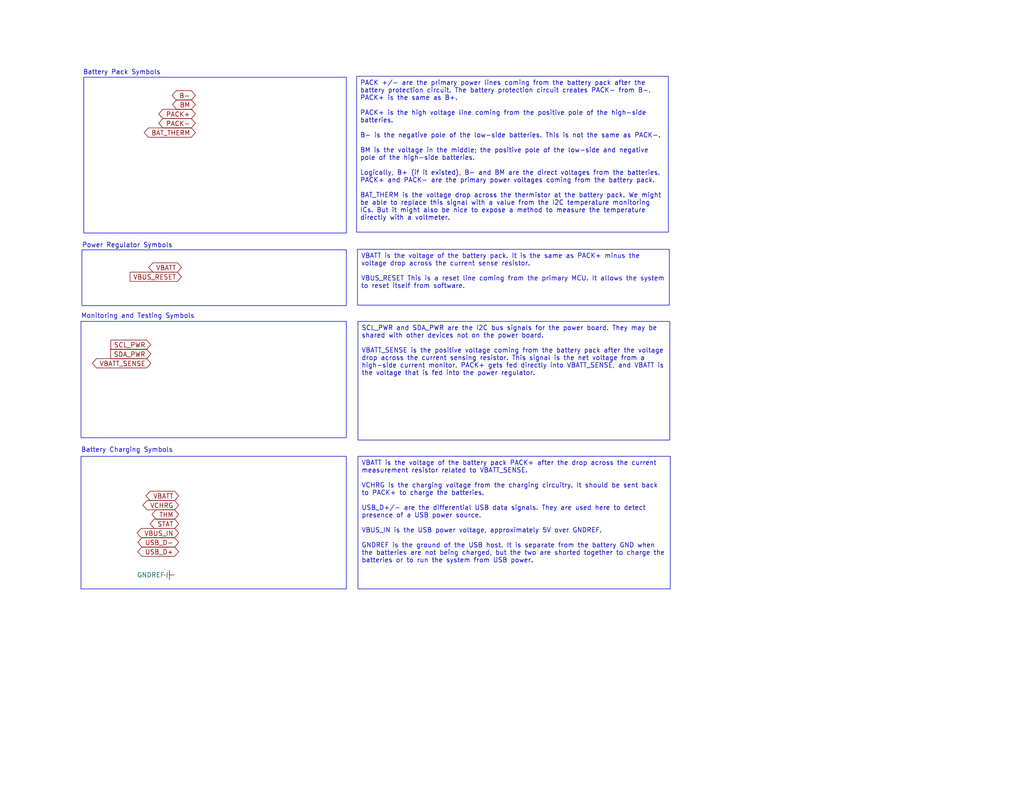
<source format=kicad_sch>
(kicad_sch (version 20230121) (generator eeschema)
  (paper "USLetter")
  (lib_symbols
    (symbol "power:GNDREF" (power) (pin_names (offset 0))
      (property "Value" "GNDREF" (at 0 -3.81 0))
      (symbol "GNDREF_0_1"
        (polyline (pts (xy -0.635 -1.905) (xy 0.635 -1.905)))
        (polyline (pts (xy -0.127 -2.54) (xy 0.127 -2.54)))
        (polyline (pts (xy 0 -1.27) (xy 0 0)))
        (polyline (pts (xy 1.27 -1.27) (xy -1.27 -1.27)))
      )
      (symbol "GNDREF_1_1"
        (pin power_in line (at 0 0 270) (length 0) hide (name "GNDREF") (number "1"))
      )
    )
  )
  (rectangle (start 22.86 21.082) (end 94.488 63.627))
  (rectangle (start 22.098 87.757) (end 94.488 119.507))
  (rectangle (start 22.098 124.587) (end 94.488 160.782))
  (rectangle (start 22.352 68.199) (end 94.488 83.439))
  (text_box "PACK +/- are the primary power lines coming from the battery pack after the battery protection circuit. The battery protection circuit creates PACK- from B-. PACK+ is the same as B+.\n\nPACK+ is the high voltage line coming from the positive pole of the high-side batteries.\n\nB- is the negative pole of the low-side batteries. This is not the same as PACK-. \n\nBM is the voltage in the middle; the positive pole of the low-side and negative pole of the high-side batteries.\n\nLogically, B+ (if it existed), B- and BM are the direct voltages from the batteries. PACK+ and PACK- are the primary power voltages coming from the battery pack.\n\nBAT_THERM is the voltage drop across the thermistor at the battery pack. We might be able to replace this signal with a value from the I2C temperature monitoring ICs. But it might also be nice to expose a method to measure the temperature directly with a voltmeter." (at 97.282 20.828 0) (size 85.09 42.545) (effects (font (size 1.27 1.27)) (justify left top)))
  (text_box "VBATT is the voltage of the battery pack. It is the same as PACK+ minus the voltage drop across the current sense resistor.\n\nVBUS_RESET This is a reset line coming from the primary MCU. It allows the system to reset itself from software.\n" (at 97.536 68.072 0) (size 85.09 15.24) (effects (font (size 1.27 1.27)) (justify left top)))
  (text_box "VBATT is the voltage of the battery pack PACK+ after the drop across the current measurement resistor related to VBATT_SENSE.\n\nVCHRG is the charging voltage from the charging circuitry. It should be sent back to PACK+ to charge the batteries.\n\nUSB_D+/- are the differential USB data signals. They are used here to detect presence of a USB power source.\n\nVBUS_IN is the USB power voltage, approximately 5V over GNDREF.\n\nGNDREF is the ground of the USB host. It is separate from the battery GND when the batteries are not being charged, but the two are shorted together to charge the batteries or to run the system from USB power.\n" (at 97.663 124.587 0) (size 85.217 36.195) (effects (font (size 1.27 1.27)) (justify left top)))
  (text_box "SCL_PWR and SDA_PWR are the I2C bus signals for the power board. They may be shared with other devices not on the power board.\n\nVBATT_SENSE is the positive voltage coming from the battery pack after the voltage drop across the current sensing resistor. This signal is the net voltage from a high-side current monitor. PACK+ gets fed directly into VBATT_SENSE, and VBATT is the voltage that is fed into the power regulator.\n\n" (at 97.663 87.757 0) (size 85.09 32.385) (effects (font (size 1.27 1.27)) (justify left top)))
  (text "Monitoring and Testing Symbols" (at 22.098 87.122 0) (effects (font (size 1.27 1.27)) (justify left bottom)))
  (text "Battery Charging Symbols" (at 22.098 123.698 0) (effects (font (size 1.27 1.27)) (justify left bottom)))
  (text "Battery Pack Symbols" (at 22.606 20.574 0) (effects (font (size 1.27 1.27)) (justify left bottom)))
  (text "Power Regulator Symbols" (at 22.352 67.818 0) (effects (font (size 1.27 1.27)) (justify left bottom)))
  (global_label "PACK-" (shape bidirectional) (at 53.34 33.655 180) (property "Intersheetrefs" "${INTERSHEET_REFS}" (effects hide)))
  (global_label "BAT_THERM" (shape bidirectional) (at 53.34 36.195 180) (property "Intersheetrefs" "${INTERSHEET_REFS}" (effects hide)))
  (global_label "BM" (shape bidirectional) (at 53.34 28.575 180) (property "Intersheetrefs" "${INTERSHEET_REFS}" (effects hide)))
  (global_label "SCL_PWR" (shape input) (at 41.148 94.107 180) (property "Intersheetrefs" "${INTERSHEET_REFS}" (effects hide)))
  (global_label "PACK+" (shape bidirectional) (at 53.34 31.115 180) (property "Intersheetrefs" "${INTERSHEET_REFS}" (effects hide)))
  (global_label "SDA_PWR" (shape input) (at 41.148 96.647 180) (property "Intersheetrefs" "${INTERSHEET_REFS}" (effects hide)))
  (global_label "VCHRG" (shape bidirectional) (at 48.768 137.922 180) (property "Intersheetrefs" "${INTERSHEET_REFS}" (effects hide)))
  (global_label "VBATT" (shape bidirectional) (at 48.768 135.382 180) (property "Intersheetrefs" "${INTERSHEET_REFS}" (effects hide)))
  (global_label "USB_D+" (shape bidirectional) (at 48.768 150.622 180) (property "Intersheetrefs" "${INTERSHEET_REFS}" (effects hide)))
  (global_label "B-" (shape bidirectional) (at 53.34 26.035 180) (property "Intersheetrefs" "${INTERSHEET_REFS}" (effects hide)))
  (global_label "VBATT_SENSE" (shape bidirectional) (at 41.148 99.187 180) (property "Intersheetrefs" "${INTERSHEET_REFS}" (effects hide)))
  (global_label "VBUS_RESET" (shape input) (at 49.53 75.565 180) (property "Intersheetrefs" "${INTERSHEET_REFS}" (effects hide)))
  (global_label "THM" (shape bidirectional) (at 48.768 140.462 180) (property "Intersheetrefs" "${INTERSHEET_REFS}" (effects hide)))
  (global_label "STAT" (shape bidirectional) (at 48.768 143.002 180) (property "Intersheetrefs" "${INTERSHEET_REFS}" (effects hide)))
  (global_label "VBUS_IN" (shape bidirectional) (at 48.768 145.542 180) (property "Intersheetrefs" "${INTERSHEET_REFS}" (effects hide)))
  (global_label "VBATT" (shape bidirectional) (at 49.53 73.025 180) (property "Intersheetrefs" "${INTERSHEET_REFS}" (effects hide)))
  (global_label "USB_D-" (shape bidirectional) (at 48.768 148.082 180) (property "Intersheetrefs" "${INTERSHEET_REFS}" (effects hide)))
  (symbol (lib_id "power:GNDREF") (at 47.498 156.972 270) (unit 1)
    (property "Reference" "#PWR019" (effects hide))
    (property "Value" "GNDREF" (at 41.148 156.972 90))
    (instances (project "2S3P Power Board" (path "" (reference "#PWR019") (unit 1)) (path "" (reference "#PWR020") (unit 1))) (project "mainboard" (path "" (reference "#PWR01") (unit 1))))
  )
)
</source>
